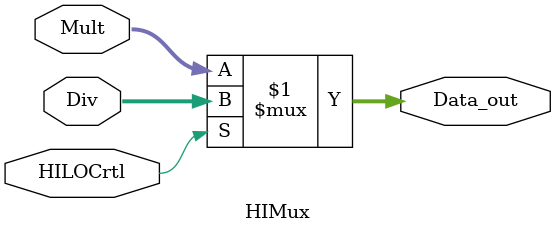
<source format=v>
module HIMux(
    input  wire HILOCrtl,
    input  wire [31:0] Mult, 
    input  wire [31:0] Div, 
    output wire [31:0] Data_out

);

// Div ---------|
// Mult ---------|--- Data_out --->

    assign Data_out = (HILOCrtl) ?  Div : Mult;

endmodule
</source>
